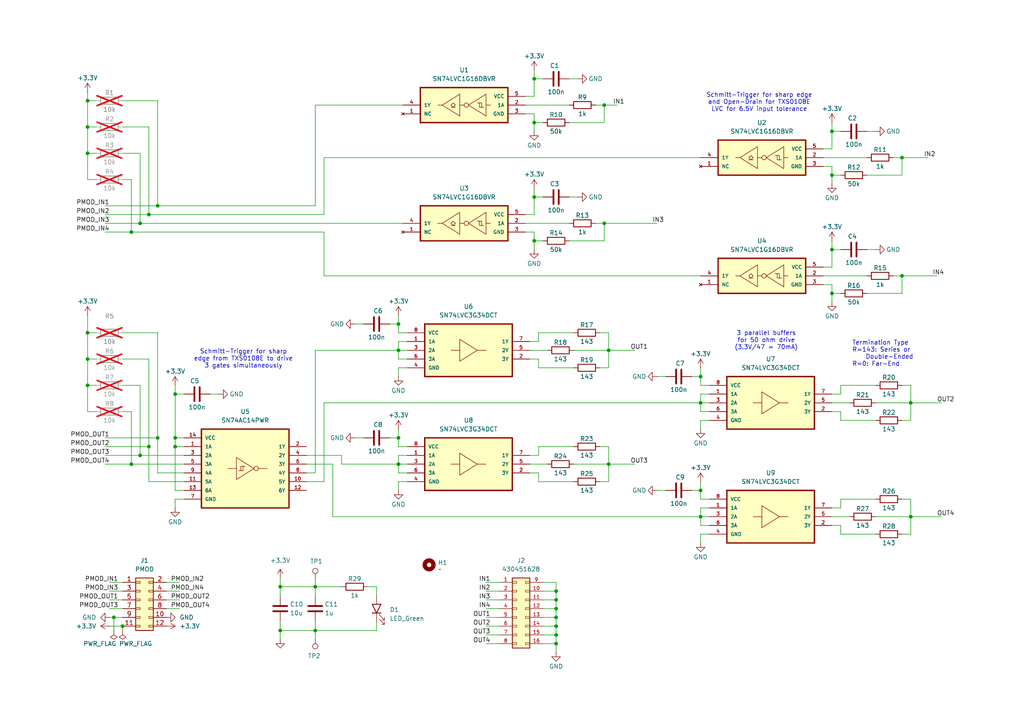
<source format=kicad_sch>
(kicad_sch (version 20250114) (generator "eeschema") (generator_version "9.0")
  (paper "A4")
  (lib_symbols
    (symbol "0local:Conn_02x06_Odd_Even" (pin_names (offset 1.016) (hide yes))
      (property "Reference" "J101" (at 1.27 11.43 0))
      (property "Value" "PMOD" (at 1.27 8.89 0))
      (symbol "Conn_02x06_Odd_Even_1_1"
        (pin passive line (at -5.08 5.08 0) (length 3.81) (name "Pin_1") (number "1"))
        (pin passive line (at -5.08 2.54 0) (length 3.81) (name "Pin_3") (number "3"))
        (pin passive line (at -5.08 0 0) (length 3.81) (name "Pin_5") (number "5"))
        (pin passive line (at -5.08 -2.54 0) (length 3.81) (name "Pin_7") (number "7"))
        (pin passive line (at -5.08 -5.08 0) (length 3.81) (name "Pin_9") (number "9"))
        (pin passive line (at -5.08 -7.62 0) (length 3.81) (name "Pin_11") (number "11"))
        (pin passive line (at 7.62 5.08 180) (length 3.81) (name "Pin_2") (number "2"))
        (pin passive line (at 7.62 2.54 180) (length 3.81) (name "Pin_4") (number "4"))
        (pin passive line (at 7.62 0 180) (length 3.81) (name "Pin_6") (number "6"))
        (pin passive line (at 7.62 -2.54 180) (length 3.81) (name "Pin_8") (number "8"))
        (pin passive line (at 7.62 -5.08 180) (length 3.81) (name "Pin_10") (number "10"))
        (pin passive line (at 7.62 -7.62 180) (length 3.81) (name "Pin_12") (number "12"))
      )
    )
    (symbol "0local:MountingHoleSlot"
      (property "Reference" "H" (at 0 3.302 0))
    )
    (symbol "0local:SN74AC14PWR" (pin_names (offset 1.016))
      (property "Reference" "U7" (at 0 14.224 0))
      (property "Value" "SN74AC14PWR" (at 0 11.938 0))
      (symbol "SN74AC14PWR_0_0"
        (pin power_in line (at -17.78 7.62 0) (length 5.08) (name "VCC") (number "14"))
        (pin input line (at -17.78 5.08 0) (length 5.08) (name "1A") (number "1"))
        (pin input line (at -17.78 2.54 0) (length 5.08) (name "2A") (number "3"))
        (pin input line (at -17.78 0 0) (length 5.08) (name "3A") (number "5"))
        (pin input line (at -17.78 -2.54 0) (length 5.08) (name "4A") (number "9"))
        (pin input line (at -17.78 -5.08 0) (length 5.08) (name "5A") (number "11"))
        (pin input line (at -17.78 -7.62 0) (length 5.08) (name "6A") (number "13"))
        (pin power_in line (at -17.78 -10.16 0) (length 5.08) (name "GND") (number "7"))
        (pin output line (at 17.78 5.08 180) (length 5.08) (name "1Y") (number "2"))
        (pin output line (at 17.78 2.54 180) (length 5.08) (name "2Y") (number "4"))
        (pin output line (at 17.78 0 180) (length 5.08) (name "3Y") (number "6"))
        (pin output line (at 17.78 -2.54 180) (length 5.08) (name "4Y") (number "8"))
        (pin output line (at 17.78 -5.08 180) (length 5.08) (name "5Y") (number "10"))
        (pin output line (at 17.78 -7.62 180) (length 5.08) (name "6Y") (number "12"))
      )
    )
    (symbol "0local:SN74LVC1G16DBVR" (pin_names (offset 1.016))
      (property "Reference" "U1" (at 0 7.874 0))
      (property "Value" "SN74LVC1G16DBVR" (at 0 5.588 0))
      (symbol "SN74LVC1G16DBVR_1_0"
        (pin power_in line (at -17.78 1.27 0) (length 5.08) (name "VCC") (number "5"))
        (pin input line (at -17.78 -1.27 0) (length 5.08) (name "1A") (number "2"))
        (pin power_in line (at -17.78 -3.81 0) (length 5.08) (name "GND") (number "3"))
        (pin output line (at 17.78 -1.27 180) (length 5.08) (name "1Y") (number "4"))
        (pin no_connect line (at 17.78 -3.81 180) (length 5.08) (name "NC") (number "1"))
      )
    )
    (symbol "0local:SN74LVC3G34DCT" (pin_names (offset 1.016))
      (property "Reference" "U7" (at 0 11.684 0))
      (property "Value" "SN74LVC3G34DCT" (at 0 9.398 0))
      (symbol "SN74LVC3G34DCT_0_0"
        (pin input line (at -17.78 2.54 0) (length 5.08) (name "1A") (number "1"))
        (pin input line (at -17.78 0 0) (length 5.08) (name "2A") (number "3"))
      )
      (symbol "SN74LVC3G34DCT_1_0"
        (pin power_in line (at -17.78 5.08 0) (length 5.08) (name "VCC") (number "8"))
        (pin input line (at -17.78 -2.54 0) (length 5.08) (name "3A") (number "6"))
        (pin power_in line (at -17.78 -5.08 0) (length 5.08) (name "GND") (number "4"))
        (pin output line (at 17.78 2.54 180) (length 5.08) (name "1Y") (number "7"))
        (pin output line (at 17.78 0 180) (length 5.08) (name "2Y") (number "5"))
        (pin output line (at 17.78 -2.54 180) (length 5.08) (name "3Y") (number "2"))
      )
    )
    (symbol "430451628:430451628" (pin_names (offset 1.016))
      (property "Reference" "J" (at -2.794 12.192 0))
      (property "Value" "430451628" (at -5.588 -11.176 0))
      (symbol "430451628_1_0"
        (pin passive line (at -6.35 10.16 0) (length 3.81) (name "") (number "1"))
        (pin passive line (at -6.35 7.62 0) (length 3.81) (name "") (number "2"))
        (pin passive line (at -6.35 5.08 0) (length 3.81) (name "") (number "3"))
        (pin passive line (at -6.35 2.54 0) (length 3.81) (name "") (number "4"))
        (pin passive line (at -6.35 0 0) (length 3.81) (name "") (number "5"))
        (pin passive line (at -6.35 -2.54 0) (length 3.81) (name "") (number "6"))
        (pin passive line (at -6.35 -5.08 0) (length 3.81) (name "") (number "7"))
        (pin passive line (at -6.35 -7.62 0) (length 3.81) (name "") (number "8"))
        (pin passive line (at 6.35 10.16 180) (length 3.81) (name "") (number "9"))
        (pin passive line (at 6.35 7.62 180) (length 3.81) (name "") (number "10"))
        (pin passive line (at 6.35 5.08 180) (length 3.81) (name "") (number "11"))
        (pin passive line (at 6.35 2.54 180) (length 3.81) (name "") (number "12"))
        (pin passive line (at 6.35 0 180) (length 3.81) (name "") (number "13"))
        (pin passive line (at 6.35 -2.54 180) (length 3.81) (name "") (number "14"))
        (pin passive line (at 6.35 -5.08 180) (length 3.81) (name "") (number "15"))
        (pin passive line (at 6.35 -7.62 180) (length 3.81) (name "") (number "16"))
      )
    )
    (symbol "Connector:TestPoint" (pin_numbers (hide yes)) (pin_names (offset 0.762) (hide yes))
      (property "Reference" "TP1" (at 2.54 4.5721 0))
      (property "Value" "TestPoint" (at 2.54 2.0321 0))
      (symbol "TestPoint_1_1"
        (pin passive line (at 0 1.27 90) (length 1.27) (name "1") (number "1"))
      )
    )
    (symbol "Device:C" (pin_numbers (hide yes)) (pin_names (offset 0.254))
      (property "Reference" "C" (at 0.635 2.54 0))
      (property "Value" "C" (at 0.635 -2.54 0))
      (symbol "C_1_1"
        (pin passive line (at 0 3.81 270) (length 2.794) (name "~") (number "1"))
        (pin passive line (at 0 -3.81 90) (length 2.794) (name "~") (number "2"))
      )
    )
    (symbol "Device:R" (pin_numbers (hide yes)) (pin_names (offset 0))
      (property "Reference" "R" (at 2.032 0 90))
      (property "Value" "R" (at 0 0 90))
      (symbol "R_1_1"
        (pin passive line (at 0 3.81 270) (length 1.27) (name "~") (number "1"))
        (pin passive line (at 0 -3.81 90) (length 1.27) (name "~") (number "2"))
      )
    )
    (symbol "LED:IR26-21C_L110_TR8" (pin_numbers (hide yes)) (pin_names (offset 1.016) (hide yes))
      (property "Reference" "D1" (at -0.3174 -3.81 90))
      (property "Value" "LED_Green" (at -2.8574 -3.81 90))
      (symbol "IR26-21C_L110_TR8_1_1"
        (pin passive line (at -3.81 0 0) (length 2.54) (name "K") (number "1"))
        (pin passive line (at 3.81 0 180) (length 2.54) (name "A") (number "2"))
      )
    )
    (symbol "power:+3.3V" (power) (pin_numbers (hide yes)) (pin_names (offset 0) (hide yes))
      (property "Value" "+3.3V" (at 0 3.556 0))
      (symbol "+3.3V_1_1"
        (pin power_in line (at 0 0 90) (length 0) (name "~") (number "1"))
      )
    )
    (symbol "power:GND" (power) (pin_numbers (hide yes)) (pin_names (offset 0) (hide yes))
      (property "Value" "GND" (at 0 -3.81 0))
      (symbol "GND_1_1"
        (pin power_in line (at 0 0 270) (length 0) (name "~") (number "1"))
      )
    )
    (symbol "power:PWR_FLAG" (power) (pin_numbers (hide yes)) (pin_names (offset 0) (hide yes))
      (property "Value" "PWR_FLAG" (at 0 3.81 0))
      (symbol "PWR_FLAG_0_0"
        (pin power_out line (at 0 0 90) (length 0) (name "~") (number "1"))
      )
    )
  )
  (text "Schmitt-Trigger for sharp\nedge from TXS0108E to drive\n3 gates simultaneously" (at 70.612 104.14 0) (effects (font (size 1.27 1.27))))
  (text "Schmitt-Trigger for sharp edge\nand Open-Drain for TXS0108E\nLVC for 6.5V input tolerance" (at 220.218 29.718 0) (effects (font (size 1.27 1.27))))
  (text "3 parallel buffers\nfor 50 ohm drive\n(3.3V/47 = 70mA)\n" (at 222.25 98.806 0) (effects (font (size 1.27 1.27))))
  (text "Termination Type\nR=143: Series or \n    Double-Ended\nR=0: Far-End\n" (at 247.142 102.616 0) (effects (font (size 1.27 1.27)) (justify left)))
  (junction (at 81.28 182.88))
  (junction (at 175.26 30.48))
  (junction (at 25.4 36.83))
  (junction (at 50.8 114.3))
  (junction (at 161.29 173.99))
  (junction (at 161.29 171.45))
  (junction (at 115.57 134.62))
  (junction (at 35.56 181.61))
  (junction (at 45.72 127))
  (junction (at 43.18 62.23))
  (junction (at 203.2 116.84))
  (junction (at 264.16 116.84))
  (junction (at 203.2 109.22))
  (junction (at 161.29 184.15))
  (junction (at 154.94 22.86))
  (junction (at 91.44 170.18))
  (junction (at 176.53 134.62))
  (junction (at 115.57 101.6))
  (junction (at 154.94 69.85))
  (junction (at 115.57 127))
  (junction (at 115.57 93.98))
  (junction (at 161.29 179.07))
  (junction (at 25.4 104.14))
  (junction (at 176.53 101.6))
  (junction (at 50.8 127))
  (junction (at 261.62 80.01))
  (junction (at 91.44 182.88))
  (junction (at 50.8 129.54))
  (junction (at 261.62 45.72))
  (junction (at 38.1 134.62))
  (junction (at 40.64 132.08))
  (junction (at 241.3 38.1))
  (junction (at 38.1 67.31))
  (junction (at 161.29 186.69))
  (junction (at 175.26 64.77))
  (junction (at 154.94 57.15))
  (junction (at 241.3 72.39))
  (junction (at 161.29 181.61))
  (junction (at 25.4 44.45))
  (junction (at 33.02 179.07))
  (junction (at 203.2 142.24))
  (junction (at 25.4 29.21))
  (junction (at 81.28 170.18))
  (junction (at 45.72 59.69))
  (junction (at 264.16 149.86))
  (junction (at 43.18 129.54))
  (junction (at 203.2 149.86))
  (junction (at 40.64 64.77))
  (junction (at 154.94 35.56))
  (junction (at 25.4 111.76))
  (junction (at 241.3 50.8))
  (junction (at 25.4 96.52))
  (junction (at 241.3 85.09))
  (junction (at 161.29 176.53))
  (wire (pts (xy 152.4 62.23) (xy 154.94 62.23)))
  (wire (pts (xy 166.37 134.62) (xy 176.53 134.62)))
  (wire (pts (xy 200.66 142.24) (xy 203.2 142.24)))
  (wire (pts (xy 31.75 171.45) (xy 35.56 171.45)))
  (wire (pts (xy 40.64 111.76) (xy 40.64 132.08)))
  (wire (pts (xy 157.48 168.91) (xy 161.29 168.91)))
  (wire (pts (xy 25.4 44.45) (xy 25.4 36.83)))
  (wire (pts (xy 261.62 111.76) (xy 264.16 111.76)))
  (wire (pts (xy 25.4 44.45) (xy 27.94 44.45)))
  (wire (pts (xy 157.48 57.15) (xy 154.94 57.15)))
  (wire (pts (xy 88.9 137.16) (xy 91.44 137.16)))
  (wire (pts (xy 25.4 52.07) (xy 25.4 44.45)))
  (wire (pts (xy 246.38 149.86) (xy 241.3 149.86)))
  (wire (pts (xy 261.62 154.94) (xy 264.16 154.94)))
  (wire (pts (xy 91.44 170.18) (xy 99.06 170.18)))
  (wire (pts (xy 50.8 144.78) (xy 53.34 144.78)))
  (wire (pts (xy 161.29 168.91) (xy 161.29 171.45)))
  (wire (pts (xy 241.3 114.3) (xy 243.84 114.3)))
  (wire (pts (xy 241.3 69.85) (xy 241.3 72.39)))
  (wire (pts (xy 203.2 111.76) (xy 205.74 111.76)))
  (wire (pts (xy 154.94 69.85) (xy 157.48 69.85)))
  (wire (pts (xy 91.44 182.88) (xy 91.44 185.42)))
  (wire (pts (xy 118.11 134.62) (xy 115.57 134.62)))
  (wire (pts (xy 31.75 173.99) (xy 35.56 173.99)))
  (wire (pts (xy 243.84 119.38) (xy 243.84 121.92)))
  (wire (pts (xy 246.38 116.84) (xy 241.3 116.84)))
  (wire (pts (xy 175.26 30.48) (xy 179.07 30.48)))
  (wire (pts (xy 251.46 85.09) (xy 261.62 85.09)))
  (wire (pts (xy 140.97 168.91) (xy 144.78 168.91)))
  (wire (pts (xy 176.53 134.62) (xy 184.15 134.62)))
  (wire (pts (xy 261.62 121.92) (xy 264.16 121.92)))
  (wire (pts (xy 115.57 129.54) (xy 118.11 129.54)))
  (wire (pts (xy 30.48 59.69) (xy 45.72 59.69)))
  (wire (pts (xy 140.97 181.61) (xy 144.78 181.61)))
  (wire (pts (xy 264.16 149.86) (xy 273.05 149.86)))
  (wire (pts (xy 203.2 142.24) (xy 203.2 144.78)))
  (wire (pts (xy 243.84 144.78) (xy 254 144.78)))
  (wire (pts (xy 30.48 129.54) (xy 43.18 129.54)))
  (wire (pts (xy 203.2 116.84) (xy 93.98 116.84)))
  (wire (pts (xy 241.3 43.18) (xy 238.76 43.18)))
  (wire (pts (xy 157.48 184.15) (xy 161.29 184.15)))
  (wire (pts (xy 25.4 111.76) (xy 25.4 104.14)))
  (wire (pts (xy 63.5 114.3) (xy 60.96 114.3)))
  (wire (pts (xy 156.21 99.06) (xy 156.21 96.52)))
  (wire (pts (xy 241.3 87.63) (xy 241.3 85.09)))
  (wire (pts (xy 25.4 36.83) (xy 25.4 29.21)))
  (wire (pts (xy 91.44 30.48) (xy 116.84 30.48)))
  (wire (pts (xy 35.56 36.83) (xy 43.18 36.83)))
  (wire (pts (xy 30.48 132.08) (xy 40.64 132.08)))
  (wire (pts (xy 88.9 134.62) (xy 96.52 134.62)))
  (wire (pts (xy 93.98 62.23) (xy 93.98 45.72)))
  (wire (pts (xy 152.4 30.48) (xy 165.1 30.48)))
  (wire (pts (xy 35.56 104.14) (xy 43.18 104.14)))
  (wire (pts (xy 140.97 171.45) (xy 144.78 171.45)))
  (wire (pts (xy 35.56 96.52) (xy 45.72 96.52)))
  (wire (pts (xy 106.68 170.18) (xy 109.22 170.18)))
  (wire (pts (xy 243.84 114.3) (xy 243.84 111.76)))
  (wire (pts (xy 203.2 149.86) (xy 96.52 149.86)))
  (wire (pts (xy 25.4 36.83) (xy 27.94 36.83)))
  (wire (pts (xy 53.34 142.24) (xy 50.8 142.24)))
  (wire (pts (xy 43.18 36.83) (xy 43.18 62.23)))
  (wire (pts (xy 243.84 147.32) (xy 243.84 144.78)))
  (wire (pts (xy 241.3 85.09) (xy 243.84 85.09)))
  (wire (pts (xy 35.56 29.21) (xy 45.72 29.21)))
  (wire (pts (xy 35.56 182.88) (xy 35.56 181.61)))
  (wire (pts (xy 40.64 132.08) (xy 53.34 132.08)))
  (wire (pts (xy 241.3 35.56) (xy 241.3 38.1)))
  (wire (pts (xy 190.5 109.22) (xy 193.04 109.22)))
  (wire (pts (xy 241.3 38.1) (xy 241.3 43.18)))
  (wire (pts (xy 40.64 44.45) (xy 40.64 64.77)))
  (wire (pts (xy 30.48 67.31) (xy 38.1 67.31)))
  (wire (pts (xy 154.94 33.02) (xy 152.4 33.02)))
  (wire (pts (xy 50.8 144.78) (xy 50.8 147.32)))
  (wire (pts (xy 172.72 30.48) (xy 175.26 30.48)))
  (wire (pts (xy 165.1 69.85) (xy 175.26 69.85)))
  (wire (pts (xy 48.26 168.91) (xy 52.07 168.91)))
  (wire (pts (xy 109.22 170.18) (xy 109.22 172.72)))
  (wire (pts (xy 241.3 72.39) (xy 241.3 77.47)))
  (wire (pts (xy 264.16 121.92) (xy 264.16 116.84)))
  (wire (pts (xy 25.4 96.52) (xy 27.94 96.52)))
  (wire (pts (xy 35.56 44.45) (xy 40.64 44.45)))
  (wire (pts (xy 241.3 48.26) (xy 238.76 48.26)))
  (wire (pts (xy 205.74 147.32) (xy 203.2 147.32)))
  (wire (pts (xy 53.34 114.3) (xy 50.8 114.3)))
  (wire (pts (xy 91.44 182.88) (xy 81.28 182.88)))
  (wire (pts (xy 176.53 101.6) (xy 184.15 101.6)))
  (wire (pts (xy 96.52 134.62) (xy 96.52 149.86)))
  (wire (pts (xy 205.74 114.3) (xy 203.2 114.3)))
  (wire (pts (xy 205.74 149.86) (xy 203.2 149.86)))
  (wire (pts (xy 205.74 119.38) (xy 203.2 119.38)))
  (wire (pts (xy 50.8 127) (xy 53.34 127)))
  (wire (pts (xy 50.8 129.54) (xy 50.8 142.24)))
  (wire (pts (xy 173.99 106.68) (xy 176.53 106.68)))
  (wire (pts (xy 115.57 139.7) (xy 115.57 142.24)))
  (wire (pts (xy 156.21 139.7) (xy 166.37 139.7)))
  (wire (pts (xy 115.57 106.68) (xy 115.57 109.22)))
  (wire (pts (xy 238.76 77.47) (xy 241.3 77.47)))
  (wire (pts (xy 25.4 29.21) (xy 27.94 29.21)))
  (wire (pts (xy 93.98 45.72) (xy 203.2 45.72)))
  (wire (pts (xy 43.18 104.14) (xy 43.18 129.54)))
  (wire (pts (xy 264.16 116.84) (xy 273.05 116.84)))
  (wire (pts (xy 45.72 29.21) (xy 45.72 59.69)))
  (wire (pts (xy 35.56 111.76) (xy 40.64 111.76)))
  (wire (pts (xy 88.9 132.08) (xy 99.06 132.08)))
  (wire (pts (xy 91.44 182.88) (xy 91.44 180.34)))
  (wire (pts (xy 91.44 167.64) (xy 91.44 170.18)))
  (wire (pts (xy 115.57 99.06) (xy 115.57 101.6)))
  (wire (pts (xy 113.03 127) (xy 115.57 127)))
  (wire (pts (xy 118.11 137.16) (xy 115.57 137.16)))
  (wire (pts (xy 157.48 22.86) (xy 154.94 22.86)))
  (wire (pts (xy 93.98 80.01) (xy 203.2 80.01)))
  (wire (pts (xy 259.08 80.01) (xy 261.62 80.01)))
  (wire (pts (xy 48.26 173.99) (xy 52.07 173.99)))
  (wire (pts (xy 203.2 154.94) (xy 203.2 157.48)))
  (wire (pts (xy 161.29 173.99) (xy 161.29 176.53)))
  (wire (pts (xy 91.44 59.69) (xy 91.44 30.48)))
  (wire (pts (xy 118.11 101.6) (xy 115.57 101.6)))
  (wire (pts (xy 161.29 171.45) (xy 161.29 173.99)))
  (wire (pts (xy 91.44 170.18) (xy 81.28 170.18)))
  (wire (pts (xy 53.34 137.16) (xy 45.72 137.16)))
  (wire (pts (xy 81.28 180.34) (xy 81.28 182.88)))
  (wire (pts (xy 30.48 127) (xy 45.72 127)))
  (wire (pts (xy 241.3 152.4) (xy 243.84 152.4)))
  (wire (pts (xy 243.84 152.4) (xy 243.84 154.94)))
  (wire (pts (xy 115.57 91.44) (xy 115.57 93.98)))
  (wire (pts (xy 154.94 72.39) (xy 154.94 69.85)))
  (wire (pts (xy 115.57 101.6) (xy 91.44 101.6)))
  (wire (pts (xy 154.94 67.31) (xy 154.94 69.85)))
  (wire (pts (xy 91.44 137.16) (xy 91.44 101.6)))
  (wire (pts (xy 241.3 50.8) (xy 243.84 50.8)))
  (wire (pts (xy 50.8 129.54) (xy 53.34 129.54)))
  (wire (pts (xy 118.11 104.14) (xy 115.57 104.14)))
  (wire (pts (xy 167.64 22.86) (xy 165.1 22.86)))
  (wire (pts (xy 115.57 139.7) (xy 118.11 139.7)))
  (wire (pts (xy 38.1 134.62) (xy 53.34 134.62)))
  (wire (pts (xy 254 72.39) (xy 251.46 72.39)))
  (wire (pts (xy 25.4 104.14) (xy 25.4 96.52)))
  (wire (pts (xy 175.26 35.56) (xy 175.26 30.48)))
  (wire (pts (xy 31.75 179.07) (xy 33.02 179.07)))
  (wire (pts (xy 264.16 154.94) (xy 264.16 149.86)))
  (wire (pts (xy 140.97 176.53) (xy 144.78 176.53)))
  (wire (pts (xy 158.75 101.6) (xy 153.67 101.6)))
  (wire (pts (xy 115.57 104.14) (xy 115.57 101.6)))
  (wire (pts (xy 157.48 186.69) (xy 161.29 186.69)))
  (wire (pts (xy 203.2 121.92) (xy 205.74 121.92)))
  (wire (pts (xy 43.18 62.23) (xy 93.98 62.23)))
  (wire (pts (xy 115.57 127) (xy 115.57 129.54)))
  (wire (pts (xy 40.64 64.77) (xy 116.84 64.77)))
  (wire (pts (xy 152.4 64.77) (xy 165.1 64.77)))
  (wire (pts (xy 203.2 144.78) (xy 205.74 144.78)))
  (wire (pts (xy 31.75 176.53) (xy 35.56 176.53)))
  (wire (pts (xy 157.48 171.45) (xy 161.29 171.45)))
  (wire (pts (xy 173.99 96.52) (xy 176.53 96.52)))
  (wire (pts (xy 161.29 184.15) (xy 161.29 186.69)))
  (wire (pts (xy 27.94 119.38) (xy 25.4 119.38)))
  (wire (pts (xy 243.84 72.39) (xy 241.3 72.39)))
  (wire (pts (xy 157.48 173.99) (xy 161.29 173.99)))
  (wire (pts (xy 161.29 176.53) (xy 161.29 179.07)))
  (wire (pts (xy 91.44 182.88) (xy 109.22 182.88)))
  (wire (pts (xy 241.3 147.32) (xy 243.84 147.32)))
  (wire (pts (xy 93.98 67.31) (xy 93.98 80.01)))
  (wire (pts (xy 48.26 171.45) (xy 52.07 171.45)))
  (wire (pts (xy 115.57 106.68) (xy 118.11 106.68)))
  (wire (pts (xy 261.62 80.01) (xy 271.78 80.01)))
  (wire (pts (xy 203.2 139.7) (xy 203.2 142.24)))
  (wire (pts (xy 243.84 111.76) (xy 254 111.76)))
  (wire (pts (xy 264.16 149.86) (xy 264.16 144.78)))
  (wire (pts (xy 200.66 109.22) (xy 203.2 109.22)))
  (wire (pts (xy 30.48 64.77) (xy 40.64 64.77)))
  (wire (pts (xy 261.62 144.78) (xy 264.16 144.78)))
  (wire (pts (xy 203.2 121.92) (xy 203.2 124.46)))
  (wire (pts (xy 261.62 45.72) (xy 269.24 45.72)))
  (wire (pts (xy 166.37 101.6) (xy 176.53 101.6)))
  (wire (pts (xy 157.48 179.07) (xy 161.29 179.07)))
  (wire (pts (xy 38.1 67.31) (xy 93.98 67.31)))
  (wire (pts (xy 173.99 129.54) (xy 176.53 129.54)))
  (wire (pts (xy 33.02 182.88) (xy 33.02 179.07)))
  (wire (pts (xy 50.8 111.76) (xy 50.8 114.3)))
  (wire (pts (xy 25.4 29.21) (xy 25.4 26.67)))
  (wire (pts (xy 115.57 132.08) (xy 115.57 134.62)))
  (wire (pts (xy 91.44 170.18) (xy 91.44 172.72)))
  (wire (pts (xy 88.9 139.7) (xy 93.98 139.7)))
  (wire (pts (xy 167.64 57.15) (xy 165.1 57.15)))
  (wire (pts (xy 31.75 168.91) (xy 35.56 168.91)))
  (wire (pts (xy 176.53 139.7) (xy 176.53 134.62)))
  (wire (pts (xy 99.06 132.08) (xy 99.06 134.62)))
  (wire (pts (xy 99.06 134.62) (xy 115.57 134.62)))
  (wire (pts (xy 203.2 109.22) (xy 203.2 111.76)))
  (wire (pts (xy 251.46 50.8) (xy 261.62 50.8)))
  (wire (pts (xy 176.53 106.68) (xy 176.53 101.6)))
  (wire (pts (xy 205.74 152.4) (xy 203.2 152.4)))
  (wire (pts (xy 238.76 80.01) (xy 251.46 80.01)))
  (wire (pts (xy 50.8 127) (xy 50.8 129.54)))
  (wire (pts (xy 172.72 64.77) (xy 175.26 64.77)))
  (wire (pts (xy 203.2 147.32) (xy 203.2 149.86)))
  (wire (pts (xy 156.21 129.54) (xy 166.37 129.54)))
  (wire (pts (xy 156.21 137.16) (xy 156.21 139.7)))
  (wire (pts (xy 254 149.86) (xy 264.16 149.86)))
  (wire (pts (xy 203.2 154.94) (xy 205.74 154.94)))
  (wire (pts (xy 154.94 33.02) (xy 154.94 35.56)))
  (wire (pts (xy 203.2 106.68) (xy 203.2 109.22)))
  (wire (pts (xy 35.56 52.07) (xy 38.1 52.07)))
  (wire (pts (xy 157.48 181.61) (xy 161.29 181.61)))
  (wire (pts (xy 102.87 93.98) (xy 105.41 93.98)))
  (wire (pts (xy 176.53 101.6) (xy 176.53 96.52)))
  (wire (pts (xy 53.34 139.7) (xy 43.18 139.7)))
  (wire (pts (xy 241.3 82.55) (xy 241.3 85.09)))
  (wire (pts (xy 33.02 179.07) (xy 35.56 179.07)))
  (wire (pts (xy 238.76 45.72) (xy 251.46 45.72)))
  (wire (pts (xy 254 38.1) (xy 251.46 38.1)))
  (wire (pts (xy 45.72 127) (xy 45.72 137.16)))
  (wire (pts (xy 241.3 119.38) (xy 243.84 119.38)))
  (wire (pts (xy 243.84 121.92) (xy 254 121.92)))
  (wire (pts (xy 161.29 179.07) (xy 161.29 181.61)))
  (wire (pts (xy 190.5 142.24) (xy 193.04 142.24)))
  (wire (pts (xy 102.87 127) (xy 105.41 127)))
  (wire (pts (xy 175.26 64.77) (xy 190.5 64.77)))
  (wire (pts (xy 161.29 186.69) (xy 161.29 189.23)))
  (wire (pts (xy 154.94 67.31) (xy 152.4 67.31)))
  (wire (pts (xy 154.94 54.61) (xy 154.94 57.15)))
  (wire (pts (xy 154.94 20.32) (xy 154.94 22.86)))
  (wire (pts (xy 45.72 96.52) (xy 45.72 127)))
  (wire (pts (xy 118.11 99.06) (xy 115.57 99.06)))
  (wire (pts (xy 109.22 180.34) (xy 109.22 182.88)))
  (wire (pts (xy 25.4 96.52) (xy 25.4 91.44)))
  (wire (pts (xy 156.21 104.14) (xy 156.21 106.68)))
  (wire (pts (xy 48.26 176.53) (xy 52.07 176.53)))
  (wire (pts (xy 158.75 134.62) (xy 153.67 134.62)))
  (wire (pts (xy 81.28 172.72) (xy 81.28 170.18)))
  (wire (pts (xy 261.62 85.09) (xy 261.62 80.01)))
  (wire (pts (xy 153.67 132.08) (xy 156.21 132.08)))
  (wire (pts (xy 31.75 181.61) (xy 35.56 181.61)))
  (wire (pts (xy 203.2 114.3) (xy 203.2 116.84)))
  (wire (pts (xy 81.28 167.64) (xy 81.28 170.18)))
  (wire (pts (xy 25.4 111.76) (xy 27.94 111.76)))
  (wire (pts (xy 241.3 53.34) (xy 241.3 50.8)))
  (wire (pts (xy 115.57 96.52) (xy 118.11 96.52)))
  (wire (pts (xy 254 116.84) (xy 264.16 116.84)))
  (wire (pts (xy 203.2 152.4) (xy 203.2 149.86)))
  (wire (pts (xy 165.1 35.56) (xy 175.26 35.56)))
  (wire (pts (xy 93.98 139.7) (xy 93.98 116.84)))
  (wire (pts (xy 30.48 134.62) (xy 38.1 134.62)))
  (wire (pts (xy 118.11 132.08) (xy 115.57 132.08)))
  (wire (pts (xy 261.62 50.8) (xy 261.62 45.72)))
  (wire (pts (xy 81.28 185.42) (xy 81.28 182.88)))
  (wire (pts (xy 25.4 119.38) (xy 25.4 111.76)))
  (wire (pts (xy 243.84 154.94) (xy 254 154.94)))
  (wire (pts (xy 38.1 119.38) (xy 38.1 134.62)))
  (wire (pts (xy 154.94 57.15) (xy 154.94 62.23)))
  (wire (pts (xy 50.8 114.3) (xy 50.8 127)))
  (wire (pts (xy 243.84 38.1) (xy 241.3 38.1)))
  (wire (pts (xy 205.74 116.84) (xy 203.2 116.84)))
  (wire (pts (xy 154.94 35.56) (xy 157.48 35.56)))
  (wire (pts (xy 140.97 173.99) (xy 144.78 173.99)))
  (wire (pts (xy 25.4 104.14) (xy 27.94 104.14)))
  (wire (pts (xy 173.99 139.7) (xy 176.53 139.7)))
  (wire (pts (xy 157.48 176.53) (xy 161.29 176.53)))
  (wire (pts (xy 115.57 93.98) (xy 115.57 96.52)))
  (wire (pts (xy 154.94 22.86) (xy 154.94 27.94)))
  (wire (pts (xy 153.67 104.14) (xy 156.21 104.14)))
  (wire (pts (xy 153.67 137.16) (xy 156.21 137.16)))
  (wire (pts (xy 259.08 45.72) (xy 261.62 45.72)))
  (wire (pts (xy 113.03 93.98) (xy 115.57 93.98)))
  (wire (pts (xy 161.29 181.61) (xy 161.29 184.15)))
  (wire (pts (xy 241.3 48.26) (xy 241.3 50.8)))
  (wire (pts (xy 45.72 59.69) (xy 91.44 59.69)))
  (wire (pts (xy 153.67 99.06) (xy 156.21 99.06)))
  (wire (pts (xy 241.3 82.55) (xy 238.76 82.55)))
  (wire (pts (xy 156.21 132.08) (xy 156.21 129.54)))
  (wire (pts (xy 264.16 116.84) (xy 264.16 111.76)))
  (wire (pts (xy 115.57 124.46) (xy 115.57 127)))
  (wire (pts (xy 38.1 52.07) (xy 38.1 67.31)))
  (wire (pts (xy 27.94 52.07) (xy 25.4 52.07)))
  (wire (pts (xy 156.21 96.52) (xy 166.37 96.52)))
  (wire (pts (xy 154.94 38.1) (xy 154.94 35.56)))
  (wire (pts (xy 43.18 129.54) (xy 43.18 139.7)))
  (wire (pts (xy 140.97 186.69) (xy 144.78 186.69)))
  (wire (pts (xy 140.97 184.15) (xy 144.78 184.15)))
  (wire (pts (xy 176.53 134.62) (xy 176.53 129.54)))
  (wire (pts (xy 30.48 62.23) (xy 43.18 62.23)))
  (wire (pts (xy 115.57 137.16) (xy 115.57 134.62)))
  (wire (pts (xy 203.2 119.38) (xy 203.2 116.84)))
  (wire (pts (xy 175.26 69.85) (xy 175.26 64.77)))
  (wire (pts (xy 35.56 119.38) (xy 38.1 119.38)))
  (wire (pts (xy 154.94 27.94) (xy 152.4 27.94)))
  (wire (pts (xy 156.21 106.68) (xy 166.37 106.68)))
  (wire (pts (xy 140.97 179.07) (xy 144.78 179.07)))
  (label "PMOD_IN4" (at 31.75 67.31 180))
  (label "IN4" (at 270.51 80.01 0))
  (label "OUT1" (at 182.88 101.6 0))
  (label "OUT3" (at 182.88 134.62 0))
  (label "PMOD_IN1" (at 31.75 59.69 180))
  (label "IN1" (at 177.8 30.48 0))
  (label "IN2" (at 142.24 171.45 180))
  (label "PMOD_OUT2" (at 31.75 129.54 180))
  (label "OUT1" (at 142.24 179.07 180))
  (label "PMOD_IN1" (at 34.29 168.91 180))
  (label "IN3" (at 189.23 64.77 0))
  (label "OUT2" (at 271.78 116.84 0))
  (label "PMOD_OUT3" (at 31.75 132.08 180))
  (label "PMOD_OUT1" (at 31.75 127 180))
  (label "PMOD_IN4" (at 49.53 171.45 0))
  (label "OUT2" (at 142.24 181.61 180))
  (label "OUT3" (at 142.24 184.15 180))
  (label "PMOD_OUT4" (at 31.75 134.62 180))
  (label "PMOD_IN2" (at 31.75 62.23 180))
  (label "OUT4" (at 271.78 149.86 0))
  (label "PMOD_OUT4" (at 49.53 176.53 0))
  (label "PMOD_IN3" (at 34.29 171.45 180))
  (label "PMOD_IN3" (at 31.75 64.77 180))
  (label "OUT4" (at 142.24 186.69 180))
  (label "PMOD_OUT1" (at 34.29 173.99 180))
  (label "PMOD_OUT3" (at 34.29 176.53 180))
  (label "IN3" (at 142.24 173.99 180))
  (label "PMOD_IN2" (at 49.53 168.91 0))
  (label "IN2" (at 267.97 45.72 0))
  (label "IN4" (at 142.24 176.53 180))
  (label "PMOD_OUT2" (at 49.53 173.99 0))
  (label "IN1" (at 142.24 168.91 180))
  (symbol (lib_id "power:GND") (at 115.57 109.22 0) (unit 1)
    (property "Reference" "#PWR02" (effects (hide yes)))
    (property "Value" "GND" (at 115.57 113.284 0))
    (property "Description" "Power symbol creates a global label with name \"GND\" , ground" (effects (hide yes)))
  )
  (symbol (lib_id "power:+3.3V") (at 25.4 26.67 0) (mirror y) (unit 1)
    (property "Reference" "#PWR013" (effects (hide yes)))
    (property "Value" "+3.3V" (at 25.4 22.606 0))
    (property "Description" "Power symbol creates a global label with name \"+3.3V\"" (effects (hide yes)))
  )
  (symbol (lib_id "Device:C") (at 247.65 72.39 270) (mirror x) (unit 1)
    (property "Reference" "C4" (at 245.872 68.58 90) (effects (justify left)))
    (property "Value" "100n" (at 247.65 76.2 90))
    (property "Footprint" "0local:C_0603_1608Metric" (effects (hide yes)))
    (property "Datasheet" "https://mm.digikey.com/Volume0/opasdata/d220001/medias/docus/658/CL10B104KB8NNWC_Spec.pdf" (effects (hide yes)))
    (property "Description" "0.1 µF ±10% 50V Ceramic Capacitor X7R 0603" (effects (hide yes)))
    (property "Digikey" "1276-1935-2-ND" (effects (hide yes)))
    (property "MPN" "CL10B104KB8NNWC" (effects (hide yes)))
  )
  (symbol (lib_id "Device:R") (at 31.75 52.07 90) (unit 1) (dnp yes)
    (property "Reference" "R4" (at 31.75 49.784 90))
    (property "Value" "10k" (at 31.75 54.61 90))
    (property "Footprint" "0local:R_0603_1608Metric" (effects (hide yes)))
    (property "Datasheet" "https://www.yageo.com/upload/media/product/products/datasheet/rchip/PYu-RC_Group_51_RoHS_L_12.pdf" (effects (hide yes)))
    (property "Description" "10 kOhms ±1% 0.1W, 1/10W Chip Resistor 0603 (1608 Metric) Moisture Resistant Thick Film" (effects (hide yes)))
    (property "Digikey" "311-10.0KHRCT-ND" (effects (hide yes)))
    (property "MPN" "RC0603FR-0710KL" (effects (hide yes)))
  )
  (symbol (lib_id "power:GND") (at 254 72.39 90) (mirror x) (unit 1)
    (property "Reference" "#PWR030" (effects (hide yes)))
    (property "Value" "GND" (at 257.048 72.39 90) (effects (justify right)))
    (property "Description" "Power symbol creates a global label with name \"GND\" , ground" (effects (hide yes)))
  )
  (symbol (lib_id "power:GND") (at 241.3 53.34 0) (mirror y) (unit 1)
    (property "Reference" "#PWR026" (effects (hide yes)))
    (property "Value" "GND" (at 241.3 57.404 0))
    (property "Description" "Power symbol creates a global label with name \"GND\" , ground" (effects (hide yes)))
  )
  (symbol (lib_id "0local:SN74LVC3G34DCT") (at 135.89 101.6 0) (unit 1)
    (property "Reference" "U6" (at 135.89 88.9 0))
    (property "Value" "SN74LVC3G34DCT" (at 135.89 91.44 0))
    (property "Footprint" "0local:SN74LVC3G34DCT" (effects (hide yes)))
    (property "Datasheet" "https://www.ti.com/lit/ds/symlink/sn74lvc3g34.pdf?ts=1760831599034&ref_url=https%253A%252F%252Fwww.google.com%252F" (effects (hide yes)))
    (property "Description" "Non-Inverting 3 Channel Buffer Push-Pull Output SM8" (effects (hide yes)))
    (property "Digikey" "296-13285-1-ND" (effects (hide yes)))
    (property "MPN" "SN74LVC3G34DCUR" (effects (hide yes)))
  )
  (symbol (lib_id "power:GND") (at 167.64 22.86 90) (mirror x) (unit 1)
    (property "Reference" "#PWR015" (effects (hide yes)))
    (property "Value" "GND" (at 170.688 22.86 90) (effects (justify right)))
    (property "Description" "Power symbol creates a global label with name \"GND\" , ground" (effects (hide yes)))
  )
  (symbol (lib_id "power:+3.3V") (at 115.57 124.46 0) (unit 1)
    (property "Reference" "#PWR021" (effects (hide yes)))
    (property "Value" "+3.3V" (at 115.57 120.396 0))
    (property "Description" "Power symbol creates a global label with name \"+3.3V\"" (effects (hide yes)))
  )
  (symbol (lib_id "0local:SN74LVC3G34DCT") (at 223.52 116.84 0) (unit 1)
    (property "Reference" "U7" (at 223.52 104.14 0))
    (property "Value" "SN74LVC3G34DCT" (at 223.52 106.68 0))
    (property "Footprint" "0local:SN74LVC3G34DCT" (effects (hide yes)))
    (property "Datasheet" "https://www.ti.com/lit/ds/symlink/sn74lvc3g34.pdf?ts=1760831599034&ref_url=https%253A%252F%252Fwww.google.com%252F" (effects (hide yes)))
    (property "Description" "Non-Inverting 3 Channel Buffer Push-Pull Output SM8" (effects (hide yes)))
    (property "Digikey" "296-13285-1-ND" (effects (hide yes)))
    (property "MPN" "SN74LVC3G34DCUR" (effects (hide yes)))
  )
  (symbol (lib_id "Device:R") (at 255.27 80.01 90) (unit 1)
    (property "Reference" "R15" (at 255.27 77.724 90))
    (property "Value" "1k" (at 255.27 82.55 90))
    (property "Footprint" "0local:R_0603_1608Metric" (effects (hide yes)))
    (property "Datasheet" "https://www.yageo.com/upload/media/product/products/datasheet/rchip/PYu-RC_Group_51_RoHS_L_12.pdf" (effects (hide yes)))
    (property "Description" "10 kOhms ±1% 0.1W, 1/10W Chip Resistor 0603 (1608 Metric) Moisture Resistant Thick Film" (effects (hide yes)))
    (property "Digikey" "311-10.0KHRCT-ND" (effects (hide yes)))
    (property "MPN" "RC0603FR-0710KL" (effects (hide yes)))
  )
  (symbol (lib_id "power:+3.3V") (at 50.8 111.76 0) (unit 1)
    (property "Reference" "#PWR011" (effects (hide yes)))
    (property "Value" "+3.3V" (at 50.8 107.696 0))
    (property "Description" "Power symbol creates a global label with name \"+3.3V\"" (effects (hide yes)))
  )
  (symbol (lib_id "power:+3.3V") (at 81.28 167.64 0) (unit 1)
    (property "Reference" "#PWR0128" (effects (hide yes)))
    (property "Value" "+3.3V" (at 81.28 162.56 0))
    (property "Description" "Power symbol creates a global label with name \"+3.3V\"" (effects (hide yes)))
  )
  (symbol (lib_id "Device:R") (at 170.18 96.52 90) (unit 1)
    (property "Reference" "R17" (at 170.18 94.234 90))
    (property "Value" "143" (at 170.18 99.06 90))
    (property "Footprint" "0local:R_0805_2012Metric" (effects (hide yes)))
    (property "Datasheet" "https://www.yageo.com/upload/media/product/products/datasheet/rchip/PYu-RC_Group_51_RoHS_L_12.pdf" (effects (hide yes)))
    (property "Description" "1 kOhms ±1% 0.1W, 1/10W Chip Resistor 0603 (1608 Metric) Moisture Resistant Thick Film" (effects (hide yes)))
    (property "Digikey" "311-1.00KCRTR-ND" (effects (hide yes)))
    (property "MPN" "RC0603FR-071KL" (effects (hide yes)))
  )
  (symbol (lib_id "Device:R") (at 247.65 85.09 90) (unit 1)
    (property "Reference" "R16" (at 247.65 82.804 90))
    (property "Value" "50k" (at 247.65 87.63 90))
    (property "Footprint" "0local:R_0603_1608Metric" (effects (hide yes)))
    (property "Datasheet" "https://www.yageo.com/upload/media/product/products/datasheet/rchip/PYu-RC_Group_51_RoHS_L_12.pdf" (effects (hide yes)))
    (property "Description" "10 kOhms ±1% 0.1W, 1/10W Chip Resistor 0603 (1608 Metric) Moisture Resistant Thick Film" (effects (hide yes)))
    (property "Digikey" "311-10.0KHRCT-ND" (effects (hide yes)))
    (property "MPN" "RC0603FR-0710KL" (effects (hide yes)))
  )
  (symbol (lib_id "power:GND") (at 102.87 93.98 270) (unit 1)
    (property "Reference" "#PWR07" (effects (hide yes)))
    (property "Value" "GND" (at 99.822 93.98 90) (effects (justify right)))
    (property "Description" "Power symbol creates a global label with name \"GND\" , ground" (effects (hide yes)))
  )
  (symbol (lib_id "power:+3.3V") (at 241.3 35.56 0) (mirror y) (unit 1)
    (property "Reference" "#PWR025" (effects (hide yes)))
    (property "Value" "+3.3V" (at 241.3 31.496 0))
    (property "Description" "Power symbol creates a global label with name \"+3.3V\"" (effects (hide yes)))
  )
  (symbol (lib_id "power:GND") (at 48.26 179.07 90) (unit 1)
    (property "Reference" "#PWR0101" (effects (hide yes)))
    (property "Value" "GND" (at 52.07 179.0699 90) (effects (justify right)))
    (property "Description" "Power symbol creates a global label with name \"GND\" , ground" (effects (hide yes)))
  )
  (symbol (lib_id "Device:C") (at 109.22 93.98 90) (unit 1)
    (property "Reference" "C6" (at 110.998 90.17 90) (effects (justify left)))
    (property "Value" "100n" (at 109.22 97.79 90))
    (property "Footprint" "0local:C_0603_1608Metric" (effects (hide yes)))
    (property "Datasheet" "https://mm.digikey.com/Volume0/opasdata/d220001/medias/docus/658/CL10B104KB8NNWC_Spec.pdf" (effects (hide yes)))
    (property "Description" "0.1 µF ±10% 50V Ceramic Capacitor X7R 0603" (effects (hide yes)))
    (property "Digikey" "1276-1935-2-ND" (effects (hide yes)))
    (property "MPN" "CL10B104KB8NNWC" (effects (hide yes)))
  )
  (symbol (lib_id "Device:C") (at 109.22 127 90) (unit 1)
    (property "Reference" "C8" (at 110.998 123.19 90) (effects (justify left)))
    (property "Value" "100n" (at 109.22 130.81 90))
    (property "Footprint" "0local:C_0603_1608Metric" (effects (hide yes)))
    (property "Datasheet" "https://mm.digikey.com/Volume0/opasdata/d220001/medias/docus/658/CL10B104KB8NNWC_Spec.pdf" (effects (hide yes)))
    (property "Description" "0.1 µF ±10% 50V Ceramic Capacitor X7R 0603" (effects (hide yes)))
    (property "Digikey" "1276-1935-2-ND" (effects (hide yes)))
    (property "MPN" "CL10B104KB8NNWC" (effects (hide yes)))
  )
  (symbol (lib_id "430451628:430451628") (at 151.13 179.07 0) (unit 1)
    (property "Reference" "J2" (at 151.13 162.56 0))
    (property "Value" "430451628" (at 151.13 165.1 0))
    (property "Footprint" "0local:430451628" (effects (hide yes)))
    (property "Datasheet" "https://tools.molex.com/pdm_docs/ps/PS-43045.pdf" (effects (hide yes)))
    (property "Description" "Connector Header Through Hole 16 position 0.118\" (3.00mm)" (effects (hide yes)))
    (property "Digikey" "WM10719-ND" (effects (hide yes)))
    (property "MPN" "0430451628" (effects (hide yes)))
  )
  (symbol (lib_id "0local:SN74LVC1G16DBVR") (at 134.62 63.5 0) (mirror y) (unit 1)
    (property "Reference" "U3" (at 134.62 54.61 0))
    (property "Value" "SN74LVC1G16DBVR" (at 134.62 57.15 0))
    (property "Footprint" "0local:SN74LVC1G16DBVR" (effects (hide yes)))
    (property "Datasheet" "https://www.ti.com/lit/ds/symlink/sn74lvc1g16.pdf?ts=1748236994427&ref_url=https%253A%252F%252Fwww.ti.com%252Fproduct%252FSN74LVC1G16%253FkeyMatch%253DSN74LVC1G16DBVR%2526tisearch%253Duniversal_search%2526usecase%253DOPN" (effects (hide yes)))
    (property "Description" "Inverter 1 Channel Schmitt Trigger Input Open Drain SOT-23-5" (effects (hide yes)))
    (property "Digikey" "296-SN74LVC1G16DBVRCT-ND" (effects (hide yes)))
    (property "MPN" "SN74LVC1G16DBVR" (effects (hide yes)))
  )
  (symbol (lib_id "Device:R") (at 168.91 64.77 90) (unit 1)
    (property "Reference" "R13" (at 168.91 62.484 90))
    (property "Value" "1k" (at 168.91 67.31 90))
    (property "Footprint" "0local:R_0603_1608Metric" (effects (hide yes)))
    (property "Datasheet" "https://www.yageo.com/upload/media/product/products/datasheet/rchip/PYu-RC_Group_51_RoHS_L_12.pdf" (effects (hide yes)))
    (property "Description" "10 kOhms ±1% 0.1W, 1/10W Chip Resistor 0603 (1608 Metric) Moisture Resistant Thick Film" (effects (hide yes)))
    (property "Digikey" "311-10.0KHRCT-ND" (effects (hide yes)))
    (property "MPN" "RC0603FR-0710KL" (effects (hide yes)))
  )
  (symbol (lib_id "power:+3.3V") (at 31.75 181.61 90) (unit 1)
    (property "Reference" "#PWR0103" (effects (hide yes)))
    (property "Value" "+3.3V" (at 27.94 181.6099 90) (effects (justify left)))
    (property "Description" "Power symbol creates a global label with name \"+3.3V\"" (effects (hide yes)))
  )
  (symbol (lib_id "Device:R") (at 31.75 44.45 90) (unit 1) (dnp yes)
    (property "Reference" "R3" (at 31.75 42.164 90))
    (property "Value" "10k" (at 31.75 46.99 90))
    (property "Footprint" "0local:R_0603_1608Metric" (effects (hide yes)))
    (property "Datasheet" "https://www.yageo.com/upload/media/product/products/datasheet/rchip/PYu-RC_Group_51_RoHS_L_12.pdf" (effects (hide yes)))
    (property "Description" "10 kOhms ±1% 0.1W, 1/10W Chip Resistor 0603 (1608 Metric) Moisture Resistant Thick Film" (effects (hide yes)))
    (property "Digikey" "311-10.0KHRCT-ND" (effects (hide yes)))
    (property "MPN" "RC0603FR-0710KL" (effects (hide yes)))
  )
  (symbol (lib_id "Device:R") (at 255.27 45.72 90) (unit 1)
    (property "Reference" "R11" (at 255.27 43.434 90))
    (property "Value" "1k" (at 255.27 48.26 90))
    (property "Footprint" "0local:R_0603_1608Metric" (effects (hide yes)))
    (property "Datasheet" "https://www.yageo.com/upload/media/product/products/datasheet/rchip/PYu-RC_Group_51_RoHS_L_12.pdf" (effects (hide yes)))
    (property "Description" "10 kOhms ±1% 0.1W, 1/10W Chip Resistor 0603 (1608 Metric) Moisture Resistant Thick Film" (effects (hide yes)))
    (property "Digikey" "311-10.0KHRCT-ND" (effects (hide yes)))
    (property "MPN" "RC0603FR-0710KL" (effects (hide yes)))
  )
  (symbol (lib_id "Device:R") (at 247.65 50.8 90) (unit 1)
    (property "Reference" "R12" (at 247.65 48.514 90))
    (property "Value" "50k" (at 247.65 53.34 90))
    (property "Footprint" "0local:R_0603_1608Metric" (effects (hide yes)))
    (property "Datasheet" "https://www.yageo.com/upload/media/product/products/datasheet/rchip/PYu-RC_Group_51_RoHS_L_12.pdf" (effects (hide yes)))
    (property "Description" "10 kOhms ±1% 0.1W, 1/10W Chip Resistor 0603 (1608 Metric) Moisture Resistant Thick Film" (effects (hide yes)))
    (property "Digikey" "311-10.0KHRCT-ND" (effects (hide yes)))
    (property "MPN" "RC0603FR-0710KL" (effects (hide yes)))
  )
  (symbol (lib_id "power:GND") (at 81.28 185.42 0) (unit 1)
    (property "Reference" "#PWR0129" (effects (hide yes)))
    (property "Value" "GND" (effects (hide yes)))
    (property "Description" "Power symbol creates a global label with name \"GND\" , ground" (effects (hide yes)))
  )
  (symbol (lib_id "power:GND") (at 115.57 142.24 0) (unit 1)
    (property "Reference" "#PWR03" (effects (hide yes)))
    (property "Value" "GND" (at 115.57 146.304 0))
    (property "Description" "Power symbol creates a global label with name \"GND\" , ground" (effects (hide yes)))
  )
  (symbol (lib_id "power:+3.3V") (at 48.26 181.61 270) (unit 1)
    (property "Reference" "#PWR0104" (effects (hide yes)))
    (property "Value" "+3.3V" (at 52.07 181.6099 90) (effects (justify left)))
    (property "Description" "Power symbol creates a global label with name \"+3.3V\"" (effects (hide yes)))
  )
  (symbol (lib_id "power:GND") (at 154.94 72.39 0) (mirror y) (unit 1)
    (property "Reference" "#PWR023" (effects (hide yes)))
    (property "Value" "GND" (at 154.94 76.454 0))
    (property "Description" "Power symbol creates a global label with name \"GND\" , ground" (effects (hide yes)))
  )
  (symbol (lib_id "power:GND") (at 154.94 38.1 0) (mirror y) (unit 1)
    (property "Reference" "#PWR017" (effects (hide yes)))
    (property "Value" "GND" (at 154.94 42.164 0))
    (property "Description" "Power symbol creates a global label with name \"GND\" , ground" (effects (hide yes)))
  )
  (symbol (lib_id "Device:R") (at 162.56 101.6 90) (unit 1)
    (property "Reference" "R18" (at 162.56 99.314 90))
    (property "Value" "143" (at 162.56 104.14 90))
    (property "Footprint" "0local:R_0805_2012Metric" (effects (hide yes)))
    (property "Datasheet" "https://www.yageo.com/upload/media/product/products/datasheet/rchip/PYu-RC_Group_51_RoHS_L_12.pdf" (effects (hide yes)))
    (property "Description" "1 kOhms ±1% 0.1W, 1/10W Chip Resistor 0603 (1608 Metric) Moisture Resistant Thick Film" (effects (hide yes)))
    (property "Digikey" "311-1.00KCRTR-ND" (effects (hide yes)))
    (property "MPN" "RC0603FR-071KL" (effects (hide yes)))
  )
  (symbol (lib_id "Device:R") (at 31.75 119.38 90) (unit 1) (dnp yes)
    (property "Reference" "R8" (at 31.75 117.094 90))
    (property "Value" "10k" (at 31.75 121.92 90))
    (property "Footprint" "0local:R_0603_1608Metric" (effects (hide yes)))
    (property "Datasheet" "https://www.yageo.com/upload/media/product/products/datasheet/rchip/PYu-RC_Group_51_RoHS_L_12.pdf" (effects (hide yes)))
    (property "Description" "10 kOhms ±1% 0.1W, 1/10W Chip Resistor 0603 (1608 Metric) Moisture Resistant Thick Film" (effects (hide yes)))
    (property "Digikey" "311-10.0KHRCT-ND" (effects (hide yes)))
    (property "MPN" "RC0603FR-0710KL" (effects (hide yes)))
  )
  (symbol (lib_id "power:GND") (at 161.29 189.23 0) (unit 1)
    (property "Reference" "#PWR01" (effects (hide yes)))
    (property "Value" "GND" (at 161.29 193.294 0))
    (property "Description" "Power symbol creates a global label with name \"GND\" , ground" (effects (hide yes)))
  )
  (symbol (lib_id "power:GND") (at 167.64 57.15 90) (mirror x) (unit 1)
    (property "Reference" "#PWR024" (effects (hide yes)))
    (property "Value" "GND" (at 170.688 57.15 90) (effects (justify right)))
    (property "Description" "Power symbol creates a global label with name \"GND\" , ground" (effects (hide yes)))
  )
  (symbol (lib_id "0local:SN74LVC1G16DBVR") (at 134.62 29.21 0) (mirror y) (unit 1)
    (property "Reference" "U1" (at 134.62 20.32 0))
    (property "Value" "SN74LVC1G16DBVR" (at 134.62 22.86 0))
    (property "Footprint" "0local:SN74LVC1G16DBVR" (effects (hide yes)))
    (property "Datasheet" "https://www.ti.com/lit/ds/symlink/sn74lvc1g16.pdf?ts=1748236994427&ref_url=https%253A%252F%252Fwww.ti.com%252Fproduct%252FSN74LVC1G16%253FkeyMatch%253DSN74LVC1G16DBVR%2526tisearch%253Duniversal_search%2526usecase%253DOPN" (effects (hide yes)))
    (property "Description" "Inverter 1 Channel Schmitt Trigger Input Open Drain SOT-23-5" (effects (hide yes)))
    (property "Digikey" "296-SN74LVC1G16DBVRCT-ND" (effects (hide yes)))
    (property "MPN" "SN74LVC1G16DBVR" (effects (hide yes)))
  )
  (symbol (lib_id "Device:R") (at 168.91 30.48 90) (unit 1)
    (property "Reference" "R9" (at 168.91 28.194 90))
    (property "Value" "1k" (at 168.91 33.02 90))
    (property "Footprint" "0local:R_0603_1608Metric" (effects (hide yes)))
    (property "Datasheet" "https://www.yageo.com/upload/media/product/products/datasheet/rchip/PYu-RC_Group_51_RoHS_L_12.pdf" (effects (hide yes)))
    (property "Description" "10 kOhms ±1% 0.1W, 1/10W Chip Resistor 0603 (1608 Metric) Moisture Resistant Thick Film" (effects (hide yes)))
    (property "Digikey" "311-10.0KHRCT-ND" (effects (hide yes)))
    (property "MPN" "RC0603FR-0710KL" (effects (hide yes)))
  )
  (symbol (lib_id "Device:C") (at 196.85 142.24 90) (unit 1)
    (property "Reference" "C9" (at 198.628 138.43 90) (effects (justify left)))
    (property "Value" "100n" (at 196.85 146.05 90))
    (property "Footprint" "0local:C_0603_1608Metric" (effects (hide yes)))
    (property "Datasheet" "https://mm.digikey.com/Volume0/opasdata/d220001/medias/docus/658/CL10B104KB8NNWC_Spec.pdf" (effects (hide yes)))
    (property "Description" "0.1 µF ±10% 50V Ceramic Capacitor X7R 0603" (effects (hide yes)))
    (property "Digikey" "1276-1935-2-ND" (effects (hide yes)))
    (property "MPN" "CL10B104KB8NNWC" (effects (hide yes)))
  )
  (symbol (lib_id "Device:C") (at 91.44 176.53 0) (mirror y) (unit 1)
    (property "Reference" "C11" (at 98.044 175.26 0) (effects (justify left)))
    (property "Value" "1u" (at 96.774 177.8 0) (effects (justify left)))
    (property "Footprint" "0local:C_0603_1608Metric" (effects (hide yes)))
    (property "Datasheet" "https://www.yageo.com/upload/media/product/productsearch/datasheet/mlcc/UPY-GPHC_X7R_6.3V-to-250V_24.pdf" (effects (hide yes)))
    (property "Description" "1 µF ±10% 16V Ceramic Capacitor X7R 0603 (1608 Metric)" (effects (hide yes)))
    (property "Digikey" "311-1446-2-ND" (effects (hide yes)))
    (property "MPN" "CC0603KRX7R7BB105" (effects (hide yes)))
  )
  (symbol (lib_id "Device:R") (at 161.29 35.56 90) (unit 1)
    (property "Reference" "R10" (at 161.29 33.274 90))
    (property "Value" "50k" (at 161.29 38.1 90))
    (property "Footprint" "0local:R_0603_1608Metric" (effects (hide yes)))
    (property "Datasheet" "https://www.yageo.com/upload/media/product/products/datasheet/rchip/PYu-RC_Group_51_RoHS_L_12.pdf" (effects (hide yes)))
    (property "Description" "10 kOhms ±1% 0.1W, 1/10W Chip Resistor 0603 (1608 Metric) Moisture Resistant Thick Film" (effects (hide yes)))
    (property "Digikey" "311-10.0KHRCT-ND" (effects (hide yes)))
    (property "MPN" "RC0603FR-0710KL" (effects (hide yes)))
  )
  (symbol (lib_id "power:GND") (at 63.5 114.3 90) (mirror x) (unit 1)
    (property "Reference" "#PWR012" (effects (hide yes)))
    (property "Value" "GND" (at 66.548 114.3 90) (effects (justify right)))
    (property "Description" "Power symbol creates a global label with name \"GND\" , ground" (effects (hide yes)))
  )
  (symbol (lib_id "power:GND") (at 241.3 87.63 0) (mirror y) (unit 1)
    (property "Reference" "#PWR028" (effects (hide yes)))
    (property "Value" "GND" (at 241.3 91.694 0))
    (property "Description" "Power symbol creates a global label with name \"GND\" , ground" (effects (hide yes)))
  )
  (symbol (lib_id "Device:R") (at 257.81 111.76 90) (unit 1)
    (property "Reference" "R20" (at 257.81 109.474 90))
    (property "Value" "143" (at 257.81 114.3 90))
    (property "Footprint" "0local:R_0805_2012Metric" (effects (hide yes)))
    (property "Datasheet" "https://www.yageo.com/upload/media/product/products/datasheet/rchip/PYu-RC_Group_51_RoHS_L_12.pdf" (effects (hide yes)))
    (property "Description" "1 kOhms ±1% 0.1W, 1/10W Chip Resistor 0603 (1608 Metric) Moisture Resistant Thick Film" (effects (hide yes)))
    (property "Digikey" "311-1.00KCRTR-ND" (effects (hide yes)))
    (property "MPN" "RC0603FR-071KL" (effects (hide yes)))
  )
  (symbol (lib_id "power:GND") (at 203.2 124.46 0) (unit 1)
    (property "Reference" "#PWR05" (effects (hide yes)))
    (property "Value" "GND" (at 203.2 128.524 0))
    (property "Description" "Power symbol creates a global label with name \"GND\" , ground" (effects (hide yes)))
  )
  (symbol (lib_id "power:+3.3V") (at 203.2 139.7 0) (unit 1)
    (property "Reference" "#PWR018" (effects (hide yes)))
    (property "Value" "+3.3V" (at 203.2 135.636 0))
    (property "Description" "Power symbol creates a global label with name \"+3.3V\"" (effects (hide yes)))
  )
  (symbol (lib_id "power:PWR_FLAG") (at 33.02 182.88 180) (unit 1)
    (property "Reference" "#FLG0102" (effects (hide yes)))
    (property "Value" "PWR_FLAG" (at 28.956 186.69 0))
    (property "Description" "Special symbol for telling ERC where power comes from" (effects (hide yes)))
  )
  (symbol (lib_id "Device:C") (at 161.29 22.86 270) (mirror x) (unit 1)
    (property "Reference" "C1" (at 159.512 19.05 90) (effects (justify left)))
    (property "Value" "100n" (at 161.29 26.67 90))
    (property "Footprint" "0local:C_0603_1608Metric" (effects (hide yes)))
    (property "Datasheet" "https://mm.digikey.com/Volume0/opasdata/d220001/medias/docus/658/CL10B104KB8NNWC_Spec.pdf" (effects (hide yes)))
    (property "Description" "0.1 µF ±10% 50V Ceramic Capacitor X7R 0603" (effects (hide yes)))
    (property "Digikey" "1276-1935-2-ND" (effects (hide yes)))
    (property "MPN" "CL10B104KB8NNWC" (effects (hide yes)))
  )
  (symbol (lib_id "0local:Conn_02x06_Odd_Even") (at 40.64 173.99 0) (unit 1)
    (property "Reference" "J1" (at 41.91 162.56 0))
    (property "Value" "PMOD" (at 41.91 165.1 0))
    (property "Footprint" "0local:PMOD_2x06_P2.54mm_Mirrored" (effects (hide yes)))
    (property "Datasheet" "https://app.adam-tech.com/products/download/data_sheet/200508/ph2ra-xx-ua-data-sheet.pdf" (effects (hide yes)))
    (property "Description" "Generic connector, double row, 02x06, odd/even pin numbering scheme (row 1 odd numbers, row 2 even numbers), script generated (kicad-library-utils/schlib/autogen/connector/)" (effects (hide yes)))
    (property "Digikey" "2057-PH2RA-12-UA-ND" (effects (hide yes)))
    (property "MPN" "PH2RA-12-UA" (effects (hide yes)))
  )
  (symbol (lib_id "power:+3.3V") (at 115.57 91.44 0) (unit 1)
    (property "Reference" "#PWR06" (effects (hide yes)))
    (property "Value" "+3.3V" (at 115.57 87.376 0))
    (property "Description" "Power symbol creates a global label with name \"+3.3V\"" (effects (hide yes)))
  )
  (symbol (lib_id "Device:R") (at 102.87 170.18 90) (unit 1)
    (property "Reference" "R29" (at 102.87 167.894 90))
    (property "Value" "1k" (at 102.87 172.72 90))
    (property "Footprint" "0local:R_0603_1608Metric" (effects (hide yes)))
    (property "Datasheet" "https://www.yageo.com/upload/media/product/products/datasheet/rchip/PYu-RC_Group_51_RoHS_L_12.pdf" (effects (hide yes)))
    (property "Description" "1 kOhms ±1% 0.1W, 1/10W Chip Resistor 0603 (1608 Metric) Moisture Resistant Thick Film" (effects (hide yes)))
    (property "Digikey" "311-1.00KCRTR-ND" (effects (hide yes)))
    (property "MPN" "RC0603FR-071KL" (effects (hide yes)))
  )
  (symbol (lib_id "Device:C") (at 57.15 114.3 270) (mirror x) (unit 1)
    (property "Reference" "C5" (at 55.118 110.49 90) (effects (justify left)))
    (property "Value" "100n" (at 57.15 118.11 90))
    (property "Footprint" "0local:C_0603_1608Metric" (effects (hide yes)))
    (property "Datasheet" "https://mm.digikey.com/Volume0/opasdata/d220001/medias/docus/658/CL10B104KB8NNWC_Spec.pdf" (effects (hide yes)))
    (property "Description" "0.1 µF ±10% 50V Ceramic Capacitor X7R 0603" (effects (hide yes)))
    (property "Digikey" "1276-1935-2-ND" (effects (hide yes)))
    (property "MPN" "CL10B104KB8NNWC" (effects (hide yes)))
  )
  (symbol (lib_id "0local:SN74LVC1G16DBVR") (at 220.98 44.45 0) (mirror y) (unit 1)
    (property "Reference" "U2" (at 220.98 35.56 0))
    (property "Value" "SN74LVC1G16DBVR" (at 220.98 38.1 0))
    (property "Footprint" "0local:SN74LVC1G16DBVR" (effects (hide yes)))
    (property "Datasheet" "https://www.ti.com/lit/ds/symlink/sn74lvc1g16.pdf?ts=1748236994427&ref_url=https%253A%252F%252Fwww.ti.com%252Fproduct%252FSN74LVC1G16%253FkeyMatch%253DSN74LVC1G16DBVR%2526tisearch%253Duniversal_search%2526usecase%253DOPN" (effects (hide yes)))
    (property "Description" "Inverter 1 Channel Schmitt Trigger Input Open Drain SOT-23-5" (effects (hide yes)))
    (property "Digikey" "296-SN74LVC1G16DBVRCT-ND" (effects (hide yes)))
    (property "MPN" "SN74LVC1G16DBVR" (effects (hide yes)))
  )
  (symbol (lib_id "0local:SN74LVC1G16DBVR") (at 220.98 78.74 0) (mirror y) (unit 1)
    (property "Reference" "U4" (at 220.98 69.85 0))
    (property "Value" "SN74LVC1G16DBVR" (at 220.98 72.39 0))
    (property "Footprint" "0local:SN74LVC1G16DBVR" (effects (hide yes)))
    (property "Datasheet" "https://www.ti.com/lit/ds/symlink/sn74lvc1g16.pdf?ts=1748236994427&ref_url=https%253A%252F%252Fwww.ti.com%252Fproduct%252FSN74LVC1G16%253FkeyMatch%253DSN74LVC1G16DBVR%2526tisearch%253Duniversal_search%2526usecase%253DOPN" (effects (hide yes)))
    (property "Description" "Inverter 1 Channel Schmitt Trigger Input Open Drain SOT-23-5" (effects (hide yes)))
    (property "Digikey" "296-SN74LVC1G16DBVRCT-ND" (effects (hide yes)))
    (property "MPN" "SN74LVC1G16DBVR" (effects (hide yes)))
  )
  (symbol (lib_id "Device:R") (at 250.19 116.84 90) (unit 1)
    (property "Reference" "R21" (at 250.19 114.554 90))
    (property "Value" "143" (at 250.19 119.38 90))
    (property "Footprint" "0local:R_0805_2012Metric" (effects (hide yes)))
    (property "Datasheet" "https://www.yageo.com/upload/media/product/products/datasheet/rchip/PYu-RC_Group_51_RoHS_L_12.pdf" (effects (hide yes)))
    (property "Description" "1 kOhms ±1% 0.1W, 1/10W Chip Resistor 0603 (1608 Metric) Moisture Resistant Thick Film" (effects (hide yes)))
    (property "Digikey" "311-1.00KCRTR-ND" (effects (hide yes)))
    (property "MPN" "RC0603FR-071KL" (effects (hide yes)))
  )
  (symbol (lib_id "power:+3.3V") (at 154.94 20.32 0) (mirror y) (unit 1)
    (property "Reference" "#PWR016" (effects (hide yes)))
    (property "Value" "+3.3V" (at 154.94 16.256 0))
    (property "Description" "Power symbol creates a global label with name \"+3.3V\"" (effects (hide yes)))
  )
  (symbol (lib_id "Device:R") (at 170.18 139.7 90) (unit 1)
    (property "Reference" "R25" (at 170.18 137.414 90))
    (property "Value" "143" (at 170.18 142.24 90))
    (property "Footprint" "0local:R_0805_2012Metric" (effects (hide yes)))
    (property "Datasheet" "https://www.yageo.com/upload/media/product/products/datasheet/rchip/PYu-RC_Group_51_RoHS_L_12.pdf" (effects (hide yes)))
    (property "Description" "1 kOhms ±1% 0.1W, 1/10W Chip Resistor 0603 (1608 Metric) Moisture Resistant Thick Film" (effects (hide yes)))
    (property "Digikey" "311-1.00KCRTR-ND" (effects (hide yes)))
    (property "MPN" "RC0603FR-071KL" (effects (hide yes)))
  )
  (symbol (lib_id "power:GND") (at 190.5 142.24 270) (unit 1)
    (property "Reference" "#PWR010" (effects (hide yes)))
    (property "Value" "GND" (at 187.452 142.24 90) (effects (justify right)))
    (property "Description" "Power symbol creates a global label with name \"GND\" , ground" (effects (hide yes)))
  )
  (symbol (lib_id "power:+3.3V") (at 203.2 106.68 0) (unit 1)
    (property "Reference" "#PWR09" (effects (hide yes)))
    (property "Value" "+3.3V" (at 203.2 102.616 0))
    (property "Description" "Power symbol creates a global label with name \"+3.3V\"" (effects (hide yes)))
  )
  (symbol (lib_id "power:GND") (at 190.5 109.22 270) (unit 1)
    (property "Reference" "#PWR08" (effects (hide yes)))
    (property "Value" "GND" (at 187.452 109.22 90) (effects (justify right)))
    (property "Description" "Power symbol creates a global label with name \"GND\" , ground" (effects (hide yes)))
  )
  (symbol (lib_id "Device:R") (at 250.19 149.86 90) (unit 1)
    (property "Reference" "R27" (at 250.19 147.574 90))
    (property "Value" "143" (at 250.19 152.4 90))
    (property "Footprint" "0local:R_0805_2012Metric" (effects (hide yes)))
    (property "Datasheet" "https://www.yageo.com/upload/media/product/products/datasheet/rchip/PYu-RC_Group_51_RoHS_L_12.pdf" (effects (hide yes)))
    (property "Description" "1 kOhms ±1% 0.1W, 1/10W Chip Resistor 0603 (1608 Metric) Moisture Resistant Thick Film" (effects (hide yes)))
    (property "Digikey" "311-1.00KCRTR-ND" (effects (hide yes)))
    (property "MPN" "RC0603FR-071KL" (effects (hide yes)))
  )
  (symbol (lib_id "Device:R") (at 257.81 144.78 90) (unit 1)
    (property "Reference" "R26" (at 257.81 142.494 90))
    (property "Value" "143" (at 257.81 147.32 90))
    (property "Footprint" "0local:R_0805_2012Metric" (effects (hide yes)))
    (property "Datasheet" "https://www.yageo.com/upload/media/product/products/datasheet/rchip/PYu-RC_Group_51_RoHS_L_12.pdf" (effects (hide yes)))
    (property "Description" "1 kOhms ±1% 0.1W, 1/10W Chip Resistor 0603 (1608 Metric) Moisture Resistant Thick Film" (effects (hide yes)))
    (property "Digikey" "311-1.00KCRTR-ND" (effects (hide yes)))
    (property "MPN" "RC0603FR-071KL" (effects (hide yes)))
  )
  (symbol (lib_id "0local:SN74LVC3G34DCT") (at 135.89 134.62 0) (unit 1)
    (property "Reference" "U8" (at 135.89 121.92 0))
    (property "Value" "SN74LVC3G34DCT" (at 135.89 124.46 0))
    (property "Footprint" "0local:SN74LVC3G34DCT" (effects (hide yes)))
    (property "Datasheet" "https://www.ti.com/lit/ds/symlink/sn74lvc3g34.pdf?ts=1760831599034&ref_url=https%253A%252F%252Fwww.google.com%252F" (effects (hide yes)))
    (property "Description" "Non-Inverting 3 Channel Buffer Push-Pull Output SM8" (effects (hide yes)))
    (property "Digikey" "296-13285-1-ND" (effects (hide yes)))
    (property "MPN" "SN74LVC3G34DCUR" (effects (hide yes)))
  )
  (symbol (lib_id "power:GND") (at 31.75 179.07 270) (unit 1)
    (property "Reference" "#PWR0102" (effects (hide yes)))
    (property "Value" "GND" (at 27.94 179.0699 90) (effects (justify right)))
    (property "Description" "Power symbol creates a global label with name \"GND\" , ground" (effects (hide yes)))
  )
  (symbol (lib_id "power:GND") (at 50.8 147.32 0) (unit 1)
    (property "Reference" "#PWR014" (effects (hide yes)))
    (property "Value" "GND" (at 50.8 151.384 0))
    (property "Description" "Power symbol creates a global label with name \"GND\" , ground" (effects (hide yes)))
  )
  (symbol (lib_id "Device:C") (at 247.65 38.1 270) (mirror x) (unit 1)
    (property "Reference" "C2" (at 245.872 34.29 90) (effects (justify left)))
    (property "Value" "100n" (at 247.65 41.91 90))
    (property "Footprint" "0local:C_0603_1608Metric" (effects (hide yes)))
    (property "Datasheet" "https://mm.digikey.com/Volume0/opasdata/d220001/medias/docus/658/CL10B104KB8NNWC_Spec.pdf" (effects (hide yes)))
    (property "Description" "0.1 µF ±10% 50V Ceramic Capacitor X7R 0603" (effects (hide yes)))
    (property "Digikey" "1276-1935-2-ND" (effects (hide yes)))
    (property "MPN" "CL10B104KB8NNWC" (effects (hide yes)))
  )
  (symbol (lib_id "Device:R") (at 170.18 129.54 90) (unit 1)
    (property "Reference" "R23" (at 170.18 127.254 90))
    (property "Value" "143" (at 170.18 132.08 90))
    (property "Footprint" "0local:R_0805_2012Metric" (effects (hide yes)))
    (property "Datasheet" "https://www.yageo.com/upload/media/product/products/datasheet/rchip/PYu-RC_Group_51_RoHS_L_12.pdf" (effects (hide yes)))
    (property "Description" "1 kOhms ±1% 0.1W, 1/10W Chip Resistor 0603 (1608 Metric) Moisture Resistant Thick Film" (effects (hide yes)))
    (property "Digikey" "311-1.00KCRTR-ND" (effects (hide yes)))
    (property "MPN" "RC0603FR-071KL" (effects (hide yes)))
  )
  (symbol (lib_id "power:GND") (at 254 38.1 90) (mirror x) (unit 1)
    (property "Reference" "#PWR029" (effects (hide yes)))
    (property "Value" "GND" (at 257.048 38.1 90) (effects (justify right)))
    (property "Description" "Power symbol creates a global label with name \"GND\" , ground" (effects (hide yes)))
  )
  (symbol (lib_id "0local:SN74AC14PWR") (at 71.12 134.62 0) (unit 1)
    (property "Reference" "U5" (at 71.12 119.38 0))
    (property "Value" "SN74AC14PWR" (at 71.12 121.92 0))
    (property "Footprint" "0local:SN74AC1xPWR" (effects (hide yes)))
    (property "Datasheet" "https://www.ti.com/lit/ds/symlink/sn74ac14.pdf?HQS=dis-dk-null-digikeymode-dsf-pf-null-wwe&ts=1728838034041&ref_url=https%253A%252F%252Fwww.ti.com%252Fgeneral%252Fdocs%252Fsuppproductinfo.tsp%253FdistId%253D10%2526gotoUrl%253Dhttps%253A%252F%252Fwww.ti.com%252Flit%252Fgpn%252Fsn74ac14" (effects (hide yes)))
    (property "Description" "Inverter IC 6 Channel Schmitt Trigger 14-TSSOP" (effects (hide yes)))
    (property "Digikey" "296-4302-1-ND" (effects (hide yes)))
    (property "MPN" "SN74AC14PWR" (effects (hide yes)))
  )
  (symbol (lib_id "Connector:TestPoint") (at 91.44 168.91 0) (unit 1)
    (property "Reference" "TP1" (at 89.916 162.814 0) (effects (justify left)))
    (property "Value" "TestPoint" (effects (hide yes)))
    (property "Footprint" "0local:TestPoint_Loop_D1.80mm_Drill1.0mm_Beaded" (effects (hide yes)))
    (property "Datasheet" "https://www.keyelco.com/userAssets/file/M65p56.pdf" (effects (hide yes)))
    (property "Description" "Red PC Test Point, Miniature Phosphor Bronze Silver Plating Through Hole Mounting Type" (effects (hide yes)))
    (property "Digikey" "36-5000-ND" (effects (hide yes)))
    (property "MPN" "5000" (effects (hide yes)))
  )
  (symbol (lib_id "Device:R") (at 31.75 96.52 90) (unit 1) (dnp yes)
    (property "Reference" "R5" (at 31.75 91.694 90))
    (property "Value" "10k" (at 31.75 99.06 90))
    (property "Footprint" "0local:R_0603_1608Metric" (effects (hide yes)))
    (property "Datasheet" "https://www.yageo.com/upload/media/product/products/datasheet/rchip/PYu-RC_Group_51_RoHS_L_12.pdf" (effects (hide yes)))
    (property "Description" "10 kOhms ±1% 0.1W, 1/10W Chip Resistor 0603 (1608 Metric) Moisture Resistant Thick Film" (effects (hide yes)))
    (property "Digikey" "311-10.0KHRCT-ND" (effects (hide yes)))
    (property "MPN" "RC0603FR-0710KL" (effects (hide yes)))
  )
  (symbol (lib_id "Device:C") (at 81.28 176.53 0) (unit 1)
    (property "Reference" "C10" (at 84.074 175.26 0) (effects (justify left)))
    (property "Value" "10u" (at 84.074 177.8 0) (effects (justify left)))
    (property "Footprint" "0local:C_0805_2012Metric" (effects (hide yes)))
    (property "Datasheet" "https://search.murata.co.jp/Ceramy/image/img/A01X/G101/ENG/GRM21BR61E106KA73-01.pdf" (effects (hide yes)))
    (property "Description" "10 µF ±10% 25V Ceramic Capacitor X5R 0805 (2012 Metric)" (effects (hide yes)))
    (property "Digikey" "490-5523-2-ND" (effects (hide yes)))
    (property "MPN" "GRM21BR61E106KA73L" (effects (hide yes)))
  )
  (symbol (lib_id "Device:C") (at 161.29 57.15 270) (mirror x) (unit 1)
    (property "Reference" "C3" (at 159.512 53.34 90) (effects (justify left)))
    (property "Value" "100n" (at 161.29 60.96 90))
    (property "Footprint" "0local:C_0603_1608Metric" (effects (hide yes)))
    (property "Datasheet" "https://mm.digikey.com/Volume0/opasdata/d220001/medias/docus/658/CL10B104KB8NNWC_Spec.pdf" (effects (hide yes)))
    (property "Description" "0.1 µF ±10% 50V Ceramic Capacitor X7R 0603" (effects (hide yes)))
    (property "Digikey" "1276-1935-2-ND" (effects (hide yes)))
    (property "MPN" "CL10B104KB8NNWC" (effects (hide yes)))
  )
  (symbol (lib_id "0local:MountingHoleSlot") (at 124.46 163.83 0) (unit 1)
    (property "Reference" "H1" (at 127 163.1949 0) (effects (justify left)))
    (property "Value" "~" (at 127 165.1 0) (effects (justify left)))
    (property "Footprint" "0local:Mounting_Hole_Slot" (effects (hide yes)))
  )
  (symbol (lib_id "Device:C") (at 196.85 109.22 90) (unit 1)
    (property "Reference" "C7" (at 198.628 105.41 90) (effects (justify left)))
    (property "Value" "100n" (at 196.85 113.03 90))
    (property "Footprint" "0local:C_0603_1608Metric" (effects (hide yes)))
    (property "Datasheet" "https://mm.digikey.com/Volume0/opasdata/d220001/medias/docus/658/CL10B104KB8NNWC_Spec.pdf" (effects (hide yes)))
    (property "Description" "0.1 µF ±10% 50V Ceramic Capacitor X7R 0603" (effects (hide yes)))
    (property "Digikey" "1276-1935-2-ND" (effects (hide yes)))
    (property "MPN" "CL10B104KB8NNWC" (effects (hide yes)))
  )
  (symbol (lib_id "Device:R") (at 257.81 154.94 90) (unit 1)
    (property "Reference" "R28" (at 257.81 152.654 90))
    (property "Value" "143" (at 257.81 157.48 90))
    (property "Footprint" "0local:R_0805_2012Metric" (effects (hide yes)))
    (property "Datasheet" "https://www.yageo.com/upload/media/product/products/datasheet/rchip/PYu-RC_Group_51_RoHS_L_12.pdf" (effects (hide yes)))
    (property "Description" "1 kOhms ±1% 0.1W, 1/10W Chip Resistor 0603 (1608 Metric) Moisture Resistant Thick Film" (effects (hide yes)))
    (property "Digikey" "311-1.00KCRTR-ND" (effects (hide yes)))
    (property "MPN" "RC0603FR-071KL" (effects (hide yes)))
  )
  (symbol (lib_id "Device:R") (at 31.75 36.83 90) (unit 1) (dnp yes)
    (property "Reference" "R2" (at 31.75 34.544 90))
    (property "Value" "10k" (at 31.75 39.37 90))
    (property "Footprint" "0local:R_0603_1608Metric" (effects (hide yes)))
    (property "Datasheet" "https://www.yageo.com/upload/media/product/products/datasheet/rchip/PYu-RC_Group_51_RoHS_L_12.pdf" (effects (hide yes)))
    (property "Description" "10 kOhms ±1% 0.1W, 1/10W Chip Resistor 0603 (1608 Metric) Moisture Resistant Thick Film" (effects (hide yes)))
    (property "Digikey" "311-10.0KHRCT-ND" (effects (hide yes)))
    (property "MPN" "RC0603FR-0710KL" (effects (hide yes)))
  )
  (symbol (lib_id "LED:IR26-21C_L110_TR8") (at 109.22 176.53 90) (unit 1)
    (property "Reference" "D1" (at 113.03 176.8474 90) (effects (justify right)))
    (property "Value" "LED_Green" (at 113.03 179.3874 90) (effects (justify right)))
    (property "Footprint" "0local:LED_0603_1608Metric" (effects (hide yes)))
    (property "Datasheet" "https://www.kingbrightusa.com/images/catalog/SPEC/APT1608CGCK.pdf" (effects (hide yes)))
    (property "Description" "Green 570nm LED Indication - Discrete 2.1V 0603" (effects (hide yes)))
    (property "Digikey" "754-1116" (effects (hide yes)))
    (property "MPN" "APT1608CGCK" (effects (hide yes)))
  )
  (symbol (lib_id "Device:R") (at 170.18 106.68 90) (unit 1)
    (property "Reference" "R19" (at 170.18 104.394 90))
    (property "Value" "143" (at 170.18 109.22 90))
    (property "Footprint" "0local:R_0805_2012Metric" (effects (hide yes)))
    (property "Datasheet" "https://www.yageo.com/upload/media/product/products/datasheet/rchip/PYu-RC_Group_51_RoHS_L_12.pdf" (effects (hide yes)))
    (property "Description" "1 kOhms ±1% 0.1W, 1/10W Chip Resistor 0603 (1608 Metric) Moisture Resistant Thick Film" (effects (hide yes)))
    (property "Digikey" "311-1.00KCRTR-ND" (effects (hide yes)))
    (property "MPN" "RC0603FR-071KL" (effects (hide yes)))
  )
  (symbol (lib_id "Device:R") (at 161.29 69.85 90) (unit 1)
    (property "Reference" "R14" (at 161.29 67.564 90))
    (property "Value" "50k" (at 161.29 72.39 90))
    (property "Footprint" "0local:R_0603_1608Metric" (effects (hide yes)))
    (property "Datasheet" "https://www.yageo.com/upload/media/product/products/datasheet/rchip/PYu-RC_Group_51_RoHS_L_12.pdf" (effects (hide yes)))
    (property "Description" "10 kOhms ±1% 0.1W, 1/10W Chip Resistor 0603 (1608 Metric) Moisture Resistant Thick Film" (effects (hide yes)))
    (property "Digikey" "311-10.0KHRCT-ND" (effects (hide yes)))
    (property "MPN" "RC0603FR-0710KL" (effects (hide yes)))
  )
  (symbol (lib_id "Device:R") (at 31.75 29.21 90) (unit 1) (dnp yes)
    (property "Reference" "R1" (at 31.75 26.924 90))
    (property "Value" "10k" (at 31.75 31.75 90))
    (property "Footprint" "0local:R_0603_1608Metric" (effects (hide yes)))
    (property "Datasheet" "https://www.yageo.com/upload/media/product/products/datasheet/rchip/PYu-RC_Group_51_RoHS_L_12.pdf" (effects (hide yes)))
    (property "Description" "10 kOhms ±1% 0.1W, 1/10W Chip Resistor 0603 (1608 Metric) Moisture Resistant Thick Film" (effects (hide yes)))
    (property "Digikey" "311-10.0KHRCT-ND" (effects (hide yes)))
    (property "MPN" "RC0603FR-0710KL" (effects (hide yes)))
  )
  (symbol (lib_id "power:PWR_FLAG") (at 35.56 182.88 180) (unit 1)
    (property "Reference" "#FLG0101" (effects (hide yes)))
    (property "Value" "PWR_FLAG" (at 39.37 186.69 0))
    (property "Description" "Special symbol for telling ERC where power comes from" (effects (hide yes)))
  )
  (symbol (lib_id "power:GND") (at 203.2 157.48 0) (unit 1)
    (property "Reference" "#PWR04" (effects (hide yes)))
    (property "Value" "GND" (at 203.2 161.544 0))
    (property "Description" "Power symbol creates a global label with name \"GND\" , ground" (effects (hide yes)))
  )
  (symbol (lib_id "Device:R") (at 162.56 134.62 90) (unit 1)
    (property "Reference" "R24" (at 162.56 132.334 90))
    (property "Value" "143" (at 162.56 137.16 90))
    (property "Footprint" "0local:R_0805_2012Metric" (effects (hide yes)))
    (property "Datasheet" "https://www.yageo.com/upload/media/product/products/datasheet/rchip/PYu-RC_Group_51_RoHS_L_12.pdf" (effects (hide yes)))
    (property "Description" "1 kOhms ±1% 0.1W, 1/10W Chip Resistor 0603 (1608 Metric) Moisture Resistant Thick Film" (effects (hide yes)))
    (property "Digikey" "311-1.00KCRTR-ND" (effects (hide yes)))
    (property "MPN" "RC0603FR-071KL" (effects (hide yes)))
  )
  (symbol (lib_id "Device:R") (at 31.75 111.76 90) (unit 1) (dnp yes)
    (property "Reference" "R7" (at 31.75 109.474 90))
    (property "Value" "10k" (at 31.75 114.3 90))
    (property "Footprint" "0local:R_0603_1608Metric" (effects (hide yes)))
    (property "Datasheet" "https://www.yageo.com/upload/media/product/products/datasheet/rchip/PYu-RC_Group_51_RoHS_L_12.pdf" (effects (hide yes)))
    (property "Description" "10 kOhms ±1% 0.1W, 1/10W Chip Resistor 0603 (1608 Metric) Moisture Resistant Thick Film" (effects (hide yes)))
    (property "Digikey" "311-10.0KHRCT-ND" (effects (hide yes)))
    (property "MPN" "RC0603FR-0710KL" (effects (hide yes)))
  )
  (symbol (lib_id "Connector:TestPoint") (at 91.44 184.15 180) (unit 1)
    (property "Reference" "TP2" (at 92.964 190.246 0) (effects (justify left)))
    (property "Value" "TestPoint" (effects (hide yes)))
    (property "Footprint" "0local:TestPoint_Loop_D1.80mm_Drill1.0mm_Beaded" (effects (hide yes)))
    (property "Datasheet" "https://www.keyelco.com/userAssets/file/M65p56.pdf" (effects (hide yes)))
    (property "Description" "Black PC Test Point, Miniature Phosphor Bronze Silver Plating Through Hole Mounting Type" (effects (hide yes)))
    (property "Digikey" "36-5001-ND" (effects (hide yes)))
    (property "MPN" "5001" (effects (hide yes)))
  )
  (symbol (lib_id "power:GND") (at 102.87 127 270) (unit 1)
    (property "Reference" "#PWR020" (effects (hide yes)))
    (property "Value" "GND" (at 99.822 127 90) (effects (justify right)))
    (property "Description" "Power symbol creates a global label with name \"GND\" , ground" (effects (hide yes)))
  )
  (symbol (lib_id "Device:R") (at 31.75 104.14 90) (unit 1) (dnp yes)
    (property "Reference" "R6" (at 31.75 101.854 90))
    (property "Value" "10k" (at 31.75 106.68 90))
    (property "Footprint" "0local:R_0603_1608Metric" (effects (hide yes)))
    (property "Datasheet" "https://www.yageo.com/upload/media/product/products/datasheet/rchip/PYu-RC_Group_51_RoHS_L_12.pdf" (effects (hide yes)))
    (property "Description" "10 kOhms ±1% 0.1W, 1/10W Chip Resistor 0603 (1608 Metric) Moisture Resistant Thick Film" (effects (hide yes)))
    (property "Digikey" "311-10.0KHRCT-ND" (effects (hide yes)))
    (property "MPN" "RC0603FR-0710KL" (effects (hide yes)))
  )
  (symbol (lib_id "Device:R") (at 257.81 121.92 90) (unit 1)
    (property "Reference" "R22" (at 257.81 119.634 90))
    (property "Value" "143" (at 257.81 124.46 90))
    (property "Footprint" "0local:R_0805_2012Metric" (effects (hide yes)))
    (property "Datasheet" "https://www.yageo.com/upload/media/product/products/datasheet/rchip/PYu-RC_Group_51_RoHS_L_12.pdf" (effects (hide yes)))
    (property "Description" "1 kOhms ±1% 0.1W, 1/10W Chip Resistor 0603 (1608 Metric) Moisture Resistant Thick Film" (effects (hide yes)))
    (property "Digikey" "311-1.00KCRTR-ND" (effects (hide yes)))
    (property "MPN" "RC0603FR-071KL" (effects (hide yes)))
  )
  (symbol (lib_id "0local:SN74LVC3G34DCT") (at 223.52 149.86 0) (unit 1)
    (property "Reference" "U9" (at 223.52 137.16 0))
    (property "Value" "SN74LVC3G34DCT" (at 223.52 139.7 0))
    (property "Footprint" "0local:SN74LVC3G34DCT" (effects (hide yes)))
    (property "Datasheet" "https://www.ti.com/lit/ds/symlink/sn74lvc3g34.pdf?ts=1760831599034&ref_url=https%253A%252F%252Fwww.google.com%252F" (effects (hide yes)))
    (property "Description" "Non-Inverting 3 Channel Buffer Push-Pull Output SM8" (effects (hide yes)))
    (property "Digikey" "296-13285-1-ND" (effects (hide yes)))
    (property "MPN" "SN74LVC3G34DCUR" (effects (hide yes)))
  )
  (symbol (lib_id "power:+3.3V") (at 25.4 91.44 0) (mirror y) (unit 1)
    (property "Reference" "#PWR019" (effects (hide yes)))
    (property "Value" "+3.3V" (at 25.4 87.376 0))
    (property "Description" "Power symbol creates a global label with name \"+3.3V\"" (effects (hide yes)))
  )
  (symbol (lib_id "power:+3.3V") (at 154.94 54.61 0) (mirror y) (unit 1)
    (property "Reference" "#PWR022" (effects (hide yes)))
    (property "Value" "+3.3V" (at 154.94 50.546 0))
    (property "Description" "Power symbol creates a global label with name \"+3.3V\"" (effects (hide yes)))
  )
  (symbol (lib_id "power:+3.3V") (at 241.3 69.85 0) (mirror y) (unit 1)
    (property "Reference" "#PWR027" (effects (hide yes)))
    (property "Value" "+3.3V" (at 241.3 65.786 0))
    (property "Description" "Power symbol creates a global label with name \"+3.3V\"" (effects (hide yes)))
  )
)
</source>
